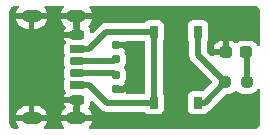
<source format=gbr>
%TF.GenerationSoftware,KiCad,Pcbnew,9.0.7*%
%TF.CreationDate,2026-02-04T14:08:06+08:00*%
%TF.ProjectId,usb_led,7573625f-6c65-4642-9e6b-696361645f70,v1.0.0*%
%TF.SameCoordinates,Original*%
%TF.FileFunction,Copper,L1,Top*%
%TF.FilePolarity,Positive*%
%FSLAX46Y46*%
G04 Gerber Fmt 4.6, Leading zero omitted, Abs format (unit mm)*
G04 Created by KiCad (PCBNEW 9.0.7) date 2026-02-04 14:08:06*
%MOMM*%
%LPD*%
G01*
G04 APERTURE LIST*
G04 Aperture macros list*
%AMRoundRect*
0 Rectangle with rounded corners*
0 $1 Rounding radius*
0 $2 $3 $4 $5 $6 $7 $8 $9 X,Y pos of 4 corners*
0 Add a 4 corners polygon primitive as box body*
4,1,4,$2,$3,$4,$5,$6,$7,$8,$9,$2,$3,0*
0 Add four circle primitives for the rounded corners*
1,1,$1+$1,$2,$3*
1,1,$1+$1,$4,$5*
1,1,$1+$1,$6,$7*
1,1,$1+$1,$8,$9*
0 Add four rect primitives between the rounded corners*
20,1,$1+$1,$2,$3,$4,$5,0*
20,1,$1+$1,$4,$5,$6,$7,0*
20,1,$1+$1,$6,$7,$8,$9,0*
20,1,$1+$1,$8,$9,$2,$3,0*%
G04 Aperture macros list end*
%TA.AperFunction,SMDPad,CuDef*%
%ADD10RoundRect,0.237500X-0.250000X-0.237500X0.250000X-0.237500X0.250000X0.237500X-0.250000X0.237500X0*%
%TD*%
%TA.AperFunction,SMDPad,CuDef*%
%ADD11RoundRect,0.175000X-0.425000X0.175000X-0.425000X-0.175000X0.425000X-0.175000X0.425000X0.175000X0*%
%TD*%
%TA.AperFunction,SMDPad,CuDef*%
%ADD12RoundRect,0.190000X0.410000X-0.190000X0.410000X0.190000X-0.410000X0.190000X-0.410000X-0.190000X0*%
%TD*%
%TA.AperFunction,SMDPad,CuDef*%
%ADD13RoundRect,0.200000X0.400000X-0.200000X0.400000X0.200000X-0.400000X0.200000X-0.400000X-0.200000X0*%
%TD*%
%TA.AperFunction,SMDPad,CuDef*%
%ADD14RoundRect,0.175000X0.425000X-0.175000X0.425000X0.175000X-0.425000X0.175000X-0.425000X-0.175000X0*%
%TD*%
%TA.AperFunction,SMDPad,CuDef*%
%ADD15RoundRect,0.190000X-0.410000X0.190000X-0.410000X-0.190000X0.410000X-0.190000X0.410000X0.190000X0*%
%TD*%
%TA.AperFunction,SMDPad,CuDef*%
%ADD16RoundRect,0.200000X-0.400000X0.200000X-0.400000X-0.200000X0.400000X-0.200000X0.400000X0.200000X0*%
%TD*%
%TA.AperFunction,HeatsinkPad*%
%ADD17O,1.700000X1.100000*%
%TD*%
%TA.AperFunction,SMDPad,CuDef*%
%ADD18RoundRect,0.160000X-0.160000X0.197500X-0.160000X-0.197500X0.160000X-0.197500X0.160000X0.197500X0*%
%TD*%
%TA.AperFunction,SMDPad,CuDef*%
%ADD19RoundRect,0.237500X-0.287500X-0.237500X0.287500X-0.237500X0.287500X0.237500X-0.287500X0.237500X0*%
%TD*%
%TA.AperFunction,SMDPad,CuDef*%
%ADD20R,0.750000X1.000000*%
%TD*%
%TA.AperFunction,SMDPad,CuDef*%
%ADD21RoundRect,0.160000X0.160000X-0.197500X0.160000X0.197500X-0.160000X0.197500X-0.160000X-0.197500X0*%
%TD*%
%TA.AperFunction,ViaPad*%
%ADD22C,1.000000*%
%TD*%
%TA.AperFunction,Conductor*%
%ADD23C,0.500000*%
%TD*%
G04 APERTURE END LIST*
D10*
%TO.P,R1,1*%
%TO.N,Net-(R1-Pad1)*%
X18772500Y4445000D03*
%TO.P,R1,2*%
%TO.N,Net-(D1-A)*%
X20597500Y4445000D03*
%TD*%
D11*
%TO.P,J1,A5,CC1*%
%TO.N,Net-(J1-CC1)*%
X6255000Y6215000D03*
D12*
%TO.P,J1,A9,VBUS*%
%TO.N,Net-(J1-VBUS-PadA9)*%
X6255000Y4195000D03*
D13*
%TO.P,J1,A12,GND*%
%TO.N,GND*%
X6255000Y2965000D03*
D14*
%TO.P,J1,B5,CC2*%
%TO.N,Net-(J1-CC2)*%
X6255000Y5215000D03*
D15*
%TO.P,J1,B9,VBUS*%
%TO.N,Net-(J1-VBUS-PadA9)*%
X6255000Y7235000D03*
D16*
%TO.P,J1,B12,GND*%
%TO.N,GND*%
X6255000Y8465000D03*
D17*
%TO.P,J1,S1,SHIELD*%
X6175000Y10035000D03*
X2375000Y10035000D03*
X6175000Y1395000D03*
X2375000Y1395000D03*
%TD*%
D18*
%TO.P,R2,1*%
%TO.N,Net-(J1-CC2)*%
X9525000Y5042500D03*
%TO.P,R2,2*%
%TO.N,GND*%
X9525000Y3847500D03*
%TD*%
D19*
%TO.P,D1,1,K*%
%TO.N,GND*%
X18810000Y6985000D03*
%TO.P,D1,2,A*%
%TO.N,Net-(D1-A)*%
X20560000Y6985000D03*
%TD*%
D20*
%TO.P,SW1,1,1*%
%TO.N,Net-(J1-VBUS-PadA9)*%
X12730000Y2715000D03*
X12730000Y8715000D03*
%TO.P,SW1,2,2*%
%TO.N,Net-(R1-Pad1)*%
X16480000Y2715000D03*
X16480000Y8715000D03*
%TD*%
D21*
%TO.P,R3,1*%
%TO.N,Net-(J1-CC1)*%
X9525000Y6387500D03*
%TO.P,R3,2*%
%TO.N,GND*%
X9525000Y7582500D03*
%TD*%
D22*
%TO.N,GND*%
X14605000Y9525000D03*
X14605000Y1905000D03*
X2540000Y5715000D03*
X19685000Y1905000D03*
X19685000Y9525000D03*
X10795000Y5715000D03*
%TD*%
D23*
%TO.N,GND*%
X10795000Y4445000D02*
X10795000Y5715000D01*
X6255000Y8465000D02*
X6255000Y9955000D01*
X9882499Y3810000D02*
X10160000Y3810000D01*
X6255000Y1475000D02*
X6175000Y1395000D01*
X10795000Y6985000D02*
X10795000Y5715000D01*
X6255000Y2965000D02*
X6255000Y1475000D01*
X9525000Y7582500D02*
X10197500Y7582500D01*
X10197500Y7582500D02*
X10795000Y6985000D01*
X18810000Y8650000D02*
X19685000Y9525000D01*
X6255000Y9955000D02*
X6175000Y10035000D01*
X9525000Y3847500D02*
X9844999Y3847500D01*
X9844999Y3847500D02*
X9882499Y3810000D01*
X18810000Y6985000D02*
X18810000Y8650000D01*
X10160000Y3810000D02*
X10795000Y4445000D01*
%TO.N,Net-(D1-A)*%
X20597500Y6947500D02*
X20560000Y6985000D01*
X20597500Y4445000D02*
X20597500Y6947500D01*
%TO.N,Net-(J1-VBUS-PadA9)*%
X7235000Y7235000D02*
X8715000Y8715000D01*
X8755741Y2715000D02*
X12730000Y2715000D01*
X6255000Y7235000D02*
X7235000Y7235000D01*
X6255000Y4195000D02*
X7275741Y4195000D01*
X7275741Y4195000D02*
X8755741Y2715000D01*
X8715000Y8715000D02*
X12730000Y8715000D01*
X12730000Y8715000D02*
X12730000Y2715000D01*
%TO.N,Net-(J1-CC1)*%
X6255000Y6215000D02*
X9352500Y6215000D01*
X9352500Y6215000D02*
X9525000Y6387500D01*
%TO.N,Net-(J1-CC2)*%
X9352500Y5215000D02*
X9525000Y5042500D01*
X6255000Y5215000D02*
X9352500Y5215000D01*
%TO.N,Net-(R1-Pad1)*%
X16480000Y8715000D02*
X16480000Y6737500D01*
X16480000Y6737500D02*
X18772500Y4445000D01*
X16480000Y2715000D02*
X17042500Y2715000D01*
X17042500Y2715000D02*
X18772500Y4445000D01*
%TD*%
%TA.AperFunction,Conductor*%
%TO.N,GND*%
G36*
X1252251Y10909815D02*
G01*
X1298006Y10857011D01*
X1307950Y10787853D01*
X1278925Y10724297D01*
X1272893Y10717819D01*
X1259413Y10704340D01*
X1259410Y10704336D01*
X1144505Y10532369D01*
X1144500Y10532359D01*
X1065351Y10341277D01*
X1065350Y10341275D01*
X1054157Y10285000D01*
X1908012Y10285000D01*
X1890795Y10275060D01*
X1834940Y10219205D01*
X1795444Y10150796D01*
X1775000Y10074496D01*
X1775000Y9995504D01*
X1795444Y9919204D01*
X1834940Y9850795D01*
X1890795Y9794940D01*
X1908012Y9785000D01*
X1054157Y9785000D01*
X1065350Y9728726D01*
X1065351Y9728724D01*
X1144500Y9537642D01*
X1144505Y9537632D01*
X1259410Y9365665D01*
X1259413Y9365661D01*
X1405660Y9219414D01*
X1405664Y9219411D01*
X1577631Y9104506D01*
X1577641Y9104501D01*
X1768725Y9025351D01*
X1768733Y9025349D01*
X1971579Y8985001D01*
X1971583Y8985000D01*
X2125000Y8985000D01*
X2125000Y9735000D01*
X2625000Y9735000D01*
X2625000Y8985000D01*
X2778417Y8985000D01*
X2778420Y8985001D01*
X2981266Y9025349D01*
X2981274Y9025351D01*
X3172358Y9104501D01*
X3172368Y9104506D01*
X3344335Y9219411D01*
X3344339Y9219414D01*
X3490586Y9365661D01*
X3490589Y9365665D01*
X3605494Y9537632D01*
X3605499Y9537642D01*
X3684648Y9728724D01*
X3684649Y9728726D01*
X3695843Y9785000D01*
X2841988Y9785000D01*
X2859205Y9794940D01*
X2915060Y9850795D01*
X2954556Y9919204D01*
X2975000Y9995504D01*
X2975000Y10074496D01*
X2954556Y10150796D01*
X2915060Y10219205D01*
X2859205Y10275060D01*
X2841988Y10285000D01*
X3695843Y10285000D01*
X3684649Y10341275D01*
X3684648Y10341277D01*
X3605499Y10532359D01*
X3605494Y10532369D01*
X3490589Y10704336D01*
X3490586Y10704340D01*
X3477107Y10717819D01*
X3443622Y10779142D01*
X3448606Y10848834D01*
X3490478Y10904767D01*
X3555942Y10929184D01*
X3564788Y10929500D01*
X4985212Y10929500D01*
X5052251Y10909815D01*
X5098006Y10857011D01*
X5107950Y10787853D01*
X5078925Y10724297D01*
X5072893Y10717819D01*
X5059413Y10704340D01*
X5059410Y10704336D01*
X4944505Y10532369D01*
X4944500Y10532359D01*
X4865351Y10341277D01*
X4865350Y10341275D01*
X4854157Y10285000D01*
X5708012Y10285000D01*
X5690795Y10275060D01*
X5634940Y10219205D01*
X5595444Y10150796D01*
X5575000Y10074496D01*
X5575000Y9995504D01*
X5595444Y9919204D01*
X5634940Y9850795D01*
X5690795Y9794940D01*
X5708012Y9785000D01*
X4854157Y9785000D01*
X4865350Y9728726D01*
X4865351Y9728724D01*
X4944500Y9537642D01*
X4944505Y9537632D01*
X5059410Y9365665D01*
X5059413Y9365661D01*
X5205659Y9219415D01*
X5225741Y9205997D01*
X5270547Y9152385D01*
X5279256Y9083060D01*
X5262969Y9038744D01*
X5211982Y8954401D01*
X5211980Y8954397D01*
X5161409Y8792107D01*
X5155000Y8721573D01*
X5155000Y8715000D01*
X6005000Y8715000D01*
X6005000Y8855000D01*
X5986709Y8873291D01*
X5981961Y8874685D01*
X5936206Y8927489D01*
X5925000Y8979000D01*
X5925000Y9735000D01*
X6425000Y9735000D01*
X6425000Y9495000D01*
X6443290Y9476710D01*
X6448039Y9475315D01*
X6493794Y9422511D01*
X6505000Y9371000D01*
X6505000Y8589000D01*
X6485315Y8521961D01*
X6432511Y8476206D01*
X6381000Y8465000D01*
X6255000Y8465000D01*
X6255000Y8339000D01*
X6235315Y8271961D01*
X6182511Y8226206D01*
X6131000Y8215000D01*
X5155001Y8215000D01*
X5155001Y8208418D01*
X5161408Y8137898D01*
X5161409Y8137893D01*
X5211981Y7975602D01*
X5211982Y7975600D01*
X5252703Y7908239D01*
X5270539Y7840685D01*
X5252704Y7779942D01*
X5210710Y7710475D01*
X5160822Y7550377D01*
X5154500Y7480799D01*
X5154500Y6989192D01*
X5160821Y6919624D01*
X5160824Y6919614D01*
X5212837Y6752697D01*
X5213989Y6682837D01*
X5211683Y6676441D01*
X5211719Y6676430D01*
X5160686Y6512662D01*
X5160685Y6512655D01*
X5154500Y6444592D01*
X5154500Y5985409D01*
X5160685Y5917346D01*
X5160686Y5917339D01*
X5211719Y5753570D01*
X5208991Y5752721D01*
X5216722Y5696639D01*
X5210866Y5676696D01*
X5211719Y5676430D01*
X5160686Y5512662D01*
X5160685Y5512659D01*
X5160685Y5512657D01*
X5154500Y5444594D01*
X5154500Y4985406D01*
X5160685Y4917343D01*
X5160686Y4917338D01*
X5160687Y4917336D01*
X5211719Y4753568D01*
X5209226Y4752792D01*
X5217091Y4695875D01*
X5212838Y4677305D01*
X5160823Y4510379D01*
X5154500Y4440799D01*
X5154500Y3949192D01*
X5160821Y3879624D01*
X5160823Y3879617D01*
X5210708Y3719530D01*
X5210709Y3719528D01*
X5252703Y3650061D01*
X5270539Y3582506D01*
X5252704Y3521764D01*
X5211981Y3454399D01*
X5211980Y3454397D01*
X5161409Y3292107D01*
X5155000Y3221573D01*
X5155000Y3215000D01*
X6131000Y3215000D01*
X6198039Y3195315D01*
X6243794Y3142511D01*
X6255000Y3091000D01*
X6255000Y2965000D01*
X6381000Y2965000D01*
X6448039Y2945315D01*
X6493794Y2892511D01*
X6505000Y2841000D01*
X6505000Y2059000D01*
X6485315Y1991961D01*
X6460190Y1970191D01*
X6425000Y1935000D01*
X6425000Y1695000D01*
X5925000Y1695000D01*
X5925000Y2451000D01*
X5944685Y2518039D01*
X5969809Y2539810D01*
X6005000Y2575000D01*
X6005000Y2715000D01*
X5155001Y2715000D01*
X5155001Y2708418D01*
X5161408Y2637898D01*
X5161409Y2637893D01*
X5211981Y2475604D01*
X5262969Y2391259D01*
X5280805Y2323704D01*
X5259287Y2257231D01*
X5225746Y2224009D01*
X5205665Y2210591D01*
X5205660Y2210587D01*
X5059413Y2064340D01*
X5059410Y2064336D01*
X4944505Y1892369D01*
X4944500Y1892359D01*
X4865351Y1701277D01*
X4865350Y1701275D01*
X4854157Y1645000D01*
X5708012Y1645000D01*
X5690795Y1635060D01*
X5634940Y1579205D01*
X5595444Y1510796D01*
X5575000Y1434496D01*
X5575000Y1355504D01*
X5595444Y1279204D01*
X5634940Y1210795D01*
X5690795Y1154940D01*
X5708012Y1145000D01*
X4854157Y1145000D01*
X4865350Y1088726D01*
X4865351Y1088724D01*
X4944500Y897642D01*
X4944505Y897632D01*
X5059410Y725665D01*
X5059413Y725661D01*
X5072893Y712181D01*
X5106378Y650858D01*
X5101394Y581166D01*
X5059522Y525233D01*
X4994058Y500816D01*
X4985212Y500500D01*
X3564788Y500500D01*
X3497749Y520185D01*
X3451994Y572989D01*
X3442050Y642147D01*
X3471075Y705703D01*
X3477107Y712181D01*
X3490586Y725661D01*
X3490589Y725665D01*
X3605494Y897632D01*
X3605499Y897642D01*
X3684648Y1088724D01*
X3684649Y1088726D01*
X3695843Y1145000D01*
X2841988Y1145000D01*
X2859205Y1154940D01*
X2915060Y1210795D01*
X2954556Y1279204D01*
X2975000Y1355504D01*
X2975000Y1434496D01*
X2954556Y1510796D01*
X2915060Y1579205D01*
X2859205Y1635060D01*
X2841988Y1645000D01*
X3695843Y1645000D01*
X3684649Y1701275D01*
X3684648Y1701277D01*
X3605499Y1892359D01*
X3605494Y1892369D01*
X3490589Y2064336D01*
X3490586Y2064340D01*
X3344339Y2210587D01*
X3344335Y2210590D01*
X3172368Y2325495D01*
X3172358Y2325500D01*
X2981274Y2404650D01*
X2981266Y2404652D01*
X2778420Y2445000D01*
X2625000Y2445000D01*
X2625000Y1695000D01*
X2125000Y1695000D01*
X2125000Y2445000D01*
X1971579Y2445000D01*
X1768733Y2404652D01*
X1768725Y2404650D01*
X1577641Y2325500D01*
X1577631Y2325495D01*
X1405664Y2210590D01*
X1405660Y2210587D01*
X1259413Y2064340D01*
X1259410Y2064336D01*
X1144505Y1892369D01*
X1144500Y1892359D01*
X1065351Y1701277D01*
X1065350Y1701275D01*
X1054157Y1645000D01*
X1908012Y1645000D01*
X1890795Y1635060D01*
X1834940Y1579205D01*
X1795444Y1510796D01*
X1775000Y1434496D01*
X1775000Y1355504D01*
X1795444Y1279204D01*
X1834940Y1210795D01*
X1890795Y1154940D01*
X1908012Y1145000D01*
X1054157Y1145000D01*
X1065350Y1088726D01*
X1065351Y1088724D01*
X1144500Y897642D01*
X1144505Y897632D01*
X1259410Y725665D01*
X1259413Y725661D01*
X1272893Y712181D01*
X1283505Y692745D01*
X1298006Y676011D01*
X1299922Y662680D01*
X1306378Y650858D01*
X1304798Y628772D01*
X1307950Y606853D01*
X1302354Y594602D01*
X1301394Y581166D01*
X1288123Y563440D01*
X1278925Y543297D01*
X1267593Y536015D01*
X1259522Y525233D01*
X1238776Y517496D01*
X1220147Y505523D01*
X1198228Y502372D01*
X1194058Y500816D01*
X1185212Y500500D01*
X1006962Y500500D01*
X993078Y501280D01*
X980553Y502692D01*
X902735Y511460D01*
X875666Y517638D01*
X796462Y545352D01*
X771444Y557400D01*
X700395Y602043D01*
X678686Y619356D01*
X619355Y678687D01*
X602042Y700396D01*
X598707Y705703D01*
X557398Y771447D01*
X545351Y796463D01*
X517637Y875667D01*
X511459Y902737D01*
X501280Y993078D01*
X500500Y1006962D01*
X500500Y10423039D01*
X501280Y10436923D01*
X501280Y10436924D01*
X511460Y10527271D01*
X517635Y10554330D01*
X545353Y10633544D01*
X557396Y10658550D01*
X602046Y10729611D01*
X619351Y10751310D01*
X678690Y10810649D01*
X700389Y10827954D01*
X771450Y10872604D01*
X796456Y10884647D01*
X875670Y10912365D01*
X902733Y10918541D01*
X965419Y10925604D01*
X993079Y10928720D01*
X1006962Y10929500D01*
X1065892Y10929500D01*
X1185212Y10929500D01*
X1252251Y10909815D01*
G37*
%TD.AperFunction*%
%TA.AperFunction,Conductor*%
G36*
X21231922Y10928720D02*
G01*
X21322266Y10918541D01*
X21349331Y10912364D01*
X21428540Y10884648D01*
X21453553Y10872602D01*
X21524606Y10827957D01*
X21546313Y10810645D01*
X21605644Y10751314D01*
X21622957Y10729605D01*
X21667600Y10658556D01*
X21679648Y10633538D01*
X21707362Y10554334D01*
X21713540Y10527265D01*
X21723720Y10436924D01*
X21724500Y10423039D01*
X21724500Y7643679D01*
X21704815Y7576640D01*
X21652011Y7530885D01*
X21582853Y7520941D01*
X21519297Y7549966D01*
X21494961Y7578582D01*
X21430534Y7683035D01*
X21430340Y7683350D01*
X21308350Y7805340D01*
X21184976Y7881438D01*
X21161518Y7895907D01*
X21161513Y7895909D01*
X21127421Y7907206D01*
X20997753Y7950174D01*
X20997751Y7950175D01*
X20896678Y7960500D01*
X20223330Y7960500D01*
X20223312Y7960499D01*
X20122247Y7950175D01*
X19958484Y7895908D01*
X19958481Y7895907D01*
X19811648Y7805339D01*
X19772326Y7766017D01*
X19711003Y7732532D01*
X19641311Y7737518D01*
X19596965Y7766018D01*
X19558038Y7804945D01*
X19558034Y7804948D01*
X19411311Y7895449D01*
X19411300Y7895454D01*
X19247652Y7949681D01*
X19146654Y7960000D01*
X19060000Y7960000D01*
X19060000Y7109000D01*
X19040315Y7041961D01*
X18987511Y6996206D01*
X18936000Y6985000D01*
X18810000Y6985000D01*
X18810000Y6859000D01*
X18790315Y6791961D01*
X18737511Y6746206D01*
X18686000Y6735000D01*
X17785001Y6735000D01*
X17752115Y6702114D01*
X17690791Y6668630D01*
X17621100Y6673615D01*
X17576753Y6702115D01*
X17266819Y7012049D01*
X17252115Y7038977D01*
X17235523Y7064795D01*
X17234631Y7070996D01*
X17233334Y7073372D01*
X17230500Y7099730D01*
X17230500Y7271655D01*
X17785000Y7271655D01*
X17785000Y7235000D01*
X18560000Y7235000D01*
X18560000Y7960000D01*
X18559999Y7960001D01*
X18473360Y7960000D01*
X18473343Y7959999D01*
X18372347Y7949681D01*
X18208699Y7895454D01*
X18208688Y7895449D01*
X18061965Y7804948D01*
X18061961Y7804945D01*
X17940055Y7683039D01*
X17940052Y7683035D01*
X17849551Y7536312D01*
X17849546Y7536301D01*
X17795319Y7372653D01*
X17785000Y7271655D01*
X17230500Y7271655D01*
X17230500Y7840167D01*
X17250185Y7907206D01*
X17255225Y7914467D01*
X17298796Y7972669D01*
X17349091Y8107517D01*
X17355500Y8167127D01*
X17355499Y9262872D01*
X17349091Y9322483D01*
X17339876Y9347189D01*
X17298797Y9457329D01*
X17298793Y9457336D01*
X17212547Y9572545D01*
X17212544Y9572548D01*
X17097335Y9658794D01*
X17097328Y9658798D01*
X16962482Y9709092D01*
X16962483Y9709092D01*
X16902883Y9715499D01*
X16902881Y9715500D01*
X16902873Y9715500D01*
X16902864Y9715500D01*
X16057129Y9715500D01*
X16057123Y9715499D01*
X15997516Y9709092D01*
X15862671Y9658798D01*
X15862664Y9658794D01*
X15747455Y9572548D01*
X15747452Y9572545D01*
X15661206Y9457336D01*
X15661202Y9457329D01*
X15610908Y9322483D01*
X15608271Y9297951D01*
X15604501Y9262877D01*
X15604500Y9262865D01*
X15604500Y8167130D01*
X15604501Y8167124D01*
X15610908Y8107517D01*
X15661202Y7972672D01*
X15661204Y7972669D01*
X15704766Y7914478D01*
X15729184Y7849015D01*
X15729500Y7840167D01*
X15729500Y6663582D01*
X15729500Y6663580D01*
X15729499Y6663580D01*
X15758340Y6518593D01*
X15758343Y6518583D01*
X15814912Y6382012D01*
X15814916Y6382005D01*
X15836299Y6350003D01*
X15836300Y6350000D01*
X15897046Y6259086D01*
X15897052Y6259079D01*
X17623450Y4532682D01*
X17656935Y4471359D01*
X17651951Y4401667D01*
X17623450Y4357320D01*
X17015935Y3749805D01*
X16954612Y3716320D01*
X16915004Y3714196D01*
X16909466Y3714792D01*
X16902873Y3715500D01*
X16902870Y3715500D01*
X16057129Y3715500D01*
X16057123Y3715499D01*
X15997516Y3709092D01*
X15862671Y3658798D01*
X15862664Y3658794D01*
X15747455Y3572548D01*
X15747452Y3572545D01*
X15661206Y3457336D01*
X15661202Y3457329D01*
X15610908Y3322483D01*
X15607643Y3292107D01*
X15604501Y3262877D01*
X15604500Y3262865D01*
X15604500Y2167130D01*
X15604501Y2167124D01*
X15610908Y2107517D01*
X15661202Y1972672D01*
X15661206Y1972665D01*
X15747452Y1857456D01*
X15747455Y1857453D01*
X15862664Y1771207D01*
X15862671Y1771203D01*
X15997517Y1720909D01*
X15997516Y1720909D01*
X16004444Y1720165D01*
X16057127Y1714500D01*
X16902872Y1714501D01*
X16962483Y1720909D01*
X17097331Y1771204D01*
X17212546Y1857454D01*
X17298796Y1972669D01*
X17298797Y1972675D01*
X17303046Y1980452D01*
X17306252Y1978702D01*
X17311348Y1985514D01*
X17323507Y2008324D01*
X17333415Y2015017D01*
X17337715Y2020765D01*
X17351548Y2029758D01*
X17357890Y2033305D01*
X17397995Y2049916D01*
X17447229Y2082814D01*
X17451321Y2085549D01*
X17451328Y2085552D01*
X17487979Y2110042D01*
X17520916Y2132048D01*
X18822048Y3433183D01*
X18883371Y3466667D01*
X18909729Y3469501D01*
X19071670Y3469501D01*
X19071676Y3469501D01*
X19172753Y3479826D01*
X19336516Y3534092D01*
X19483350Y3624660D01*
X19597319Y3738629D01*
X19658642Y3772114D01*
X19728334Y3767130D01*
X19772681Y3738629D01*
X19886650Y3624660D01*
X20033484Y3534092D01*
X20197247Y3479826D01*
X20298323Y3469500D01*
X20896676Y3469501D01*
X20896684Y3469502D01*
X20896687Y3469502D01*
X20952030Y3475156D01*
X20997753Y3479826D01*
X21161516Y3534092D01*
X21308350Y3624660D01*
X21430340Y3746650D01*
X21494962Y3851419D01*
X21546909Y3898143D01*
X21615871Y3909366D01*
X21679954Y3881522D01*
X21718810Y3823454D01*
X21724500Y3786322D01*
X21724500Y1006962D01*
X21723720Y993078D01*
X21723720Y993077D01*
X21713540Y902736D01*
X21707362Y875667D01*
X21679648Y796463D01*
X21667600Y771445D01*
X21622957Y700396D01*
X21605644Y678687D01*
X21546313Y619356D01*
X21524604Y602043D01*
X21453555Y557400D01*
X21428537Y545352D01*
X21349333Y517638D01*
X21322264Y511460D01*
X21242075Y502424D01*
X21231921Y501280D01*
X21218038Y500500D01*
X7364788Y500500D01*
X7297749Y520185D01*
X7251994Y572989D01*
X7242050Y642147D01*
X7271075Y705703D01*
X7277107Y712181D01*
X7290586Y725661D01*
X7290589Y725665D01*
X7405494Y897632D01*
X7405499Y897642D01*
X7484648Y1088724D01*
X7484649Y1088726D01*
X7495843Y1145000D01*
X6641988Y1145000D01*
X6659205Y1154940D01*
X6715060Y1210795D01*
X6754556Y1279204D01*
X6775000Y1355504D01*
X6775000Y1434496D01*
X6754556Y1510796D01*
X6715060Y1579205D01*
X6659205Y1635060D01*
X6641988Y1645000D01*
X7495843Y1645000D01*
X7484649Y1701275D01*
X7484648Y1701277D01*
X7405499Y1892359D01*
X7405494Y1892369D01*
X7290589Y2064336D01*
X7290586Y2064340D01*
X7205118Y2149808D01*
X7171633Y2211131D01*
X7176617Y2280823D01*
X7205126Y2325179D01*
X7210075Y2330128D01*
X7298019Y2475605D01*
X7348590Y2637894D01*
X7354999Y2708428D01*
X7354999Y2755009D01*
X7374682Y2822049D01*
X7427485Y2867805D01*
X7496644Y2877750D01*
X7560200Y2848727D01*
X7566680Y2842693D01*
X8277327Y2132046D01*
X8306799Y2112355D01*
X8351011Y2082814D01*
X8400246Y2049916D01*
X8400247Y2049916D01*
X8400248Y2049915D01*
X8400250Y2049914D01*
X8500658Y2008324D01*
X8536828Y1993342D01*
X8536832Y1993342D01*
X8536833Y1993341D01*
X8681820Y1964500D01*
X8681823Y1964500D01*
X8681824Y1964500D01*
X8829658Y1964500D01*
X11855249Y1964500D01*
X11922288Y1944815D01*
X11954515Y1914812D01*
X11971324Y1892359D01*
X11997454Y1857454D01*
X11997457Y1857452D01*
X12112664Y1771207D01*
X12112671Y1771203D01*
X12247517Y1720909D01*
X12247516Y1720909D01*
X12254444Y1720165D01*
X12307127Y1714500D01*
X13152872Y1714501D01*
X13212483Y1720909D01*
X13347331Y1771204D01*
X13462546Y1857454D01*
X13548796Y1972669D01*
X13599091Y2107517D01*
X13605500Y2167127D01*
X13605499Y3262872D01*
X13599949Y3314501D01*
X13599091Y3322484D01*
X13548797Y3457329D01*
X13548795Y3457332D01*
X13539685Y3469501D01*
X13505233Y3515524D01*
X13480816Y3580989D01*
X13480500Y3589835D01*
X13480500Y7840167D01*
X13500185Y7907206D01*
X13505225Y7914467D01*
X13548796Y7972669D01*
X13599091Y8107517D01*
X13605500Y8167127D01*
X13605499Y9262872D01*
X13599091Y9322483D01*
X13589876Y9347189D01*
X13548797Y9457329D01*
X13548793Y9457336D01*
X13462547Y9572545D01*
X13462544Y9572548D01*
X13347335Y9658794D01*
X13347328Y9658798D01*
X13212482Y9709092D01*
X13212483Y9709092D01*
X13152883Y9715499D01*
X13152881Y9715500D01*
X13152873Y9715500D01*
X13152864Y9715500D01*
X12307129Y9715500D01*
X12307123Y9715499D01*
X12247516Y9709092D01*
X12112671Y9658798D01*
X12112664Y9658794D01*
X11997457Y9572549D01*
X11997451Y9572543D01*
X11954515Y9515188D01*
X11898581Y9473318D01*
X11855249Y9465500D01*
X8641080Y9465500D01*
X8496092Y9436660D01*
X8496086Y9436658D01*
X8359508Y9380086D01*
X8359496Y9380079D01*
X8310270Y9347189D01*
X8310271Y9347188D01*
X8236581Y9297951D01*
X7566680Y8628050D01*
X7505357Y8594565D01*
X7435665Y8599549D01*
X7379732Y8641421D01*
X7355315Y8706885D01*
X7354999Y8715731D01*
X7354999Y8721583D01*
X7348591Y8792103D01*
X7348590Y8792108D01*
X7298018Y8954397D01*
X7210072Y9099878D01*
X7205118Y9104832D01*
X7171633Y9166155D01*
X7176617Y9235847D01*
X7205119Y9280195D01*
X7290586Y9365661D01*
X7290589Y9365665D01*
X7405494Y9537632D01*
X7405499Y9537642D01*
X7484648Y9728724D01*
X7484649Y9728726D01*
X7495843Y9785000D01*
X6641988Y9785000D01*
X6659205Y9794940D01*
X6715060Y9850795D01*
X6754556Y9919204D01*
X6775000Y9995504D01*
X6775000Y10074496D01*
X6754556Y10150796D01*
X6715060Y10219205D01*
X6659205Y10275060D01*
X6641988Y10285000D01*
X7495843Y10285000D01*
X7484649Y10341275D01*
X7484648Y10341277D01*
X7405499Y10532359D01*
X7405494Y10532369D01*
X7290589Y10704336D01*
X7290586Y10704340D01*
X7277107Y10717819D01*
X7243622Y10779142D01*
X7248606Y10848834D01*
X7290478Y10904767D01*
X7355942Y10929184D01*
X7364788Y10929500D01*
X21159108Y10929500D01*
X21218038Y10929500D01*
X21231922Y10928720D01*
G37*
%TD.AperFunction*%
%TA.AperFunction,Conductor*%
G36*
X11922289Y7944815D02*
G01*
X11954521Y7914805D01*
X11954771Y7914471D01*
X11979185Y7849005D01*
X11979500Y7840166D01*
X11979500Y3589836D01*
X11973278Y3568649D01*
X11971725Y3546619D01*
X11961061Y3527044D01*
X11959815Y3522797D01*
X11954842Y3515625D01*
X11954591Y3515289D01*
X11898699Y3473362D01*
X11855249Y3465500D01*
X10468802Y3465500D01*
X10401763Y3485185D01*
X10356008Y3537989D01*
X10345180Y3593850D01*
X10345000Y3593850D01*
X10345000Y3594777D01*
X10344930Y3595138D01*
X10345000Y3596676D01*
X10345000Y3597500D01*
X9649000Y3597500D01*
X9581961Y3617185D01*
X9536206Y3669989D01*
X9525000Y3721500D01*
X9525000Y3973500D01*
X9544685Y4040539D01*
X9597489Y4086294D01*
X9649000Y4097500D01*
X10345000Y4097500D01*
X10345000Y4098338D01*
X10338956Y4164844D01*
X10291275Y4317860D01*
X10253488Y4380367D01*
X10235652Y4447922D01*
X10253487Y4508665D01*
X10291733Y4571931D01*
X10339452Y4725067D01*
X10345500Y4791619D01*
X10345499Y5293380D01*
X10345499Y5293389D01*
X10339453Y5359927D01*
X10339452Y5359930D01*
X10339452Y5359933D01*
X10291862Y5512655D01*
X10291734Y5513067D01*
X10291732Y5513071D01*
X10208442Y5650851D01*
X10190606Y5718405D01*
X10208442Y5779149D01*
X10291732Y5916930D01*
X10291733Y5916931D01*
X10339452Y6070067D01*
X10345500Y6136619D01*
X10345499Y6638380D01*
X10345499Y6638389D01*
X10339453Y6704927D01*
X10339452Y6704930D01*
X10339452Y6704933D01*
X10291733Y6858069D01*
X10254528Y6919614D01*
X10253488Y6921335D01*
X10235652Y6988889D01*
X10253489Y7049635D01*
X10291273Y7112138D01*
X10338957Y7265162D01*
X10345000Y7331663D01*
X10345000Y7332500D01*
X9649000Y7332500D01*
X9581961Y7352185D01*
X9536206Y7404989D01*
X9525000Y7456500D01*
X9525000Y7708500D01*
X9544685Y7775539D01*
X9597489Y7821294D01*
X9649000Y7832500D01*
X10345000Y7832500D01*
X10345000Y7833325D01*
X10344930Y7834862D01*
X10345000Y7835148D01*
X10345000Y7836150D01*
X10345245Y7836150D01*
X10361546Y7902727D01*
X10412215Y7950835D01*
X10468802Y7964500D01*
X11855250Y7964500D01*
X11922289Y7944815D01*
G37*
%TD.AperFunction*%
%TD*%
M02*

</source>
